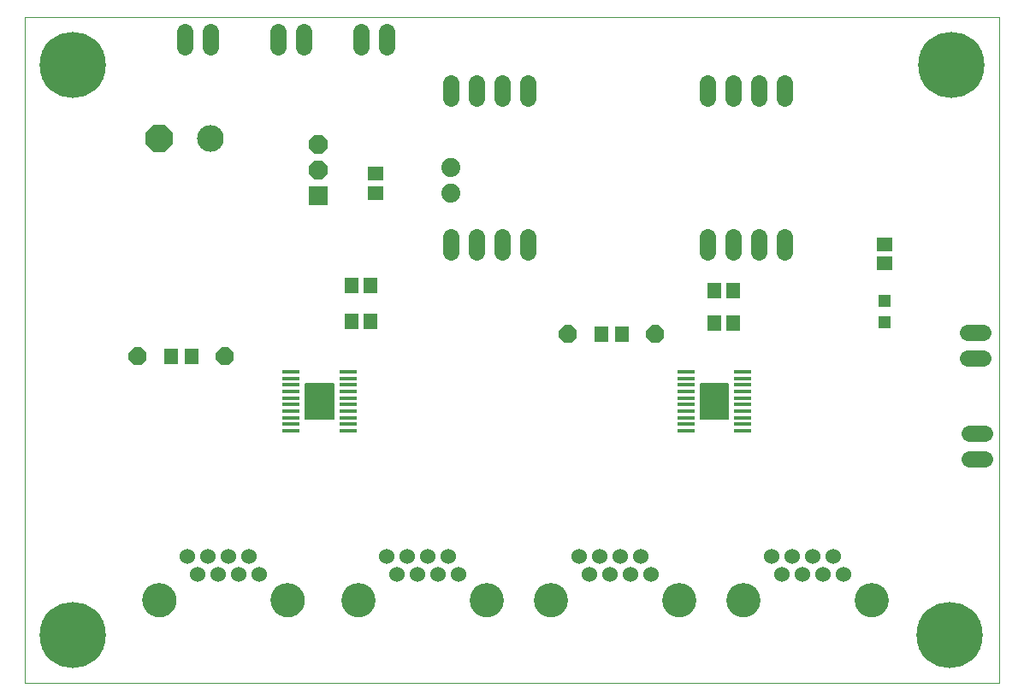
<source format=gts>
G75*
%MOIN*%
%OFA0B0*%
%FSLAX25Y25*%
%IPPOS*%
%LPD*%
%AMOC8*
5,1,8,0,0,1.08239X$1,22.5*
%
%ADD10C,0.00000*%
%ADD11R,0.05518X0.06306*%
%ADD12C,0.10400*%
%ADD13OC8,0.10400*%
%ADD14R,0.06502X0.01581*%
%ADD15C,0.00500*%
%ADD16R,0.05124X0.05124*%
%ADD17OC8,0.07000*%
%ADD18R,0.05512X0.06299*%
%ADD19R,0.06306X0.05518*%
%ADD20C,0.25800*%
%ADD21C,0.06337*%
%ADD22C,0.07400*%
%ADD23R,0.07487X0.07487*%
%ADD24OC8,0.07487*%
%ADD25C,0.13200*%
%ADD26C,0.06000*%
D10*
X0002600Y0002600D02*
X0002600Y0262561D01*
X0382551Y0262561D01*
X0382551Y0002600D01*
X0002600Y0002600D01*
X0048700Y0035100D02*
X0048702Y0035260D01*
X0048708Y0035419D01*
X0048718Y0035578D01*
X0048732Y0035737D01*
X0048750Y0035896D01*
X0048771Y0036054D01*
X0048797Y0036211D01*
X0048827Y0036368D01*
X0048860Y0036524D01*
X0048898Y0036679D01*
X0048939Y0036833D01*
X0048984Y0036986D01*
X0049033Y0037138D01*
X0049086Y0037289D01*
X0049142Y0037438D01*
X0049203Y0037586D01*
X0049266Y0037732D01*
X0049334Y0037877D01*
X0049405Y0038020D01*
X0049479Y0038161D01*
X0049557Y0038300D01*
X0049639Y0038437D01*
X0049724Y0038572D01*
X0049812Y0038705D01*
X0049904Y0038836D01*
X0049998Y0038964D01*
X0050096Y0039090D01*
X0050197Y0039214D01*
X0050301Y0039335D01*
X0050408Y0039453D01*
X0050518Y0039569D01*
X0050631Y0039682D01*
X0050747Y0039792D01*
X0050865Y0039899D01*
X0050986Y0040003D01*
X0051110Y0040104D01*
X0051236Y0040202D01*
X0051364Y0040296D01*
X0051495Y0040388D01*
X0051628Y0040476D01*
X0051763Y0040561D01*
X0051900Y0040643D01*
X0052039Y0040721D01*
X0052180Y0040795D01*
X0052323Y0040866D01*
X0052468Y0040934D01*
X0052614Y0040997D01*
X0052762Y0041058D01*
X0052911Y0041114D01*
X0053062Y0041167D01*
X0053214Y0041216D01*
X0053367Y0041261D01*
X0053521Y0041302D01*
X0053676Y0041340D01*
X0053832Y0041373D01*
X0053989Y0041403D01*
X0054146Y0041429D01*
X0054304Y0041450D01*
X0054463Y0041468D01*
X0054622Y0041482D01*
X0054781Y0041492D01*
X0054940Y0041498D01*
X0055100Y0041500D01*
X0055260Y0041498D01*
X0055419Y0041492D01*
X0055578Y0041482D01*
X0055737Y0041468D01*
X0055896Y0041450D01*
X0056054Y0041429D01*
X0056211Y0041403D01*
X0056368Y0041373D01*
X0056524Y0041340D01*
X0056679Y0041302D01*
X0056833Y0041261D01*
X0056986Y0041216D01*
X0057138Y0041167D01*
X0057289Y0041114D01*
X0057438Y0041058D01*
X0057586Y0040997D01*
X0057732Y0040934D01*
X0057877Y0040866D01*
X0058020Y0040795D01*
X0058161Y0040721D01*
X0058300Y0040643D01*
X0058437Y0040561D01*
X0058572Y0040476D01*
X0058705Y0040388D01*
X0058836Y0040296D01*
X0058964Y0040202D01*
X0059090Y0040104D01*
X0059214Y0040003D01*
X0059335Y0039899D01*
X0059453Y0039792D01*
X0059569Y0039682D01*
X0059682Y0039569D01*
X0059792Y0039453D01*
X0059899Y0039335D01*
X0060003Y0039214D01*
X0060104Y0039090D01*
X0060202Y0038964D01*
X0060296Y0038836D01*
X0060388Y0038705D01*
X0060476Y0038572D01*
X0060561Y0038437D01*
X0060643Y0038300D01*
X0060721Y0038161D01*
X0060795Y0038020D01*
X0060866Y0037877D01*
X0060934Y0037732D01*
X0060997Y0037586D01*
X0061058Y0037438D01*
X0061114Y0037289D01*
X0061167Y0037138D01*
X0061216Y0036986D01*
X0061261Y0036833D01*
X0061302Y0036679D01*
X0061340Y0036524D01*
X0061373Y0036368D01*
X0061403Y0036211D01*
X0061429Y0036054D01*
X0061450Y0035896D01*
X0061468Y0035737D01*
X0061482Y0035578D01*
X0061492Y0035419D01*
X0061498Y0035260D01*
X0061500Y0035100D01*
X0061498Y0034940D01*
X0061492Y0034781D01*
X0061482Y0034622D01*
X0061468Y0034463D01*
X0061450Y0034304D01*
X0061429Y0034146D01*
X0061403Y0033989D01*
X0061373Y0033832D01*
X0061340Y0033676D01*
X0061302Y0033521D01*
X0061261Y0033367D01*
X0061216Y0033214D01*
X0061167Y0033062D01*
X0061114Y0032911D01*
X0061058Y0032762D01*
X0060997Y0032614D01*
X0060934Y0032468D01*
X0060866Y0032323D01*
X0060795Y0032180D01*
X0060721Y0032039D01*
X0060643Y0031900D01*
X0060561Y0031763D01*
X0060476Y0031628D01*
X0060388Y0031495D01*
X0060296Y0031364D01*
X0060202Y0031236D01*
X0060104Y0031110D01*
X0060003Y0030986D01*
X0059899Y0030865D01*
X0059792Y0030747D01*
X0059682Y0030631D01*
X0059569Y0030518D01*
X0059453Y0030408D01*
X0059335Y0030301D01*
X0059214Y0030197D01*
X0059090Y0030096D01*
X0058964Y0029998D01*
X0058836Y0029904D01*
X0058705Y0029812D01*
X0058572Y0029724D01*
X0058437Y0029639D01*
X0058300Y0029557D01*
X0058161Y0029479D01*
X0058020Y0029405D01*
X0057877Y0029334D01*
X0057732Y0029266D01*
X0057586Y0029203D01*
X0057438Y0029142D01*
X0057289Y0029086D01*
X0057138Y0029033D01*
X0056986Y0028984D01*
X0056833Y0028939D01*
X0056679Y0028898D01*
X0056524Y0028860D01*
X0056368Y0028827D01*
X0056211Y0028797D01*
X0056054Y0028771D01*
X0055896Y0028750D01*
X0055737Y0028732D01*
X0055578Y0028718D01*
X0055419Y0028708D01*
X0055260Y0028702D01*
X0055100Y0028700D01*
X0054940Y0028702D01*
X0054781Y0028708D01*
X0054622Y0028718D01*
X0054463Y0028732D01*
X0054304Y0028750D01*
X0054146Y0028771D01*
X0053989Y0028797D01*
X0053832Y0028827D01*
X0053676Y0028860D01*
X0053521Y0028898D01*
X0053367Y0028939D01*
X0053214Y0028984D01*
X0053062Y0029033D01*
X0052911Y0029086D01*
X0052762Y0029142D01*
X0052614Y0029203D01*
X0052468Y0029266D01*
X0052323Y0029334D01*
X0052180Y0029405D01*
X0052039Y0029479D01*
X0051900Y0029557D01*
X0051763Y0029639D01*
X0051628Y0029724D01*
X0051495Y0029812D01*
X0051364Y0029904D01*
X0051236Y0029998D01*
X0051110Y0030096D01*
X0050986Y0030197D01*
X0050865Y0030301D01*
X0050747Y0030408D01*
X0050631Y0030518D01*
X0050518Y0030631D01*
X0050408Y0030747D01*
X0050301Y0030865D01*
X0050197Y0030986D01*
X0050096Y0031110D01*
X0049998Y0031236D01*
X0049904Y0031364D01*
X0049812Y0031495D01*
X0049724Y0031628D01*
X0049639Y0031763D01*
X0049557Y0031900D01*
X0049479Y0032039D01*
X0049405Y0032180D01*
X0049334Y0032323D01*
X0049266Y0032468D01*
X0049203Y0032614D01*
X0049142Y0032762D01*
X0049086Y0032911D01*
X0049033Y0033062D01*
X0048984Y0033214D01*
X0048939Y0033367D01*
X0048898Y0033521D01*
X0048860Y0033676D01*
X0048827Y0033832D01*
X0048797Y0033989D01*
X0048771Y0034146D01*
X0048750Y0034304D01*
X0048732Y0034463D01*
X0048718Y0034622D01*
X0048708Y0034781D01*
X0048702Y0034940D01*
X0048700Y0035100D01*
X0098700Y0035100D02*
X0098702Y0035260D01*
X0098708Y0035419D01*
X0098718Y0035578D01*
X0098732Y0035737D01*
X0098750Y0035896D01*
X0098771Y0036054D01*
X0098797Y0036211D01*
X0098827Y0036368D01*
X0098860Y0036524D01*
X0098898Y0036679D01*
X0098939Y0036833D01*
X0098984Y0036986D01*
X0099033Y0037138D01*
X0099086Y0037289D01*
X0099142Y0037438D01*
X0099203Y0037586D01*
X0099266Y0037732D01*
X0099334Y0037877D01*
X0099405Y0038020D01*
X0099479Y0038161D01*
X0099557Y0038300D01*
X0099639Y0038437D01*
X0099724Y0038572D01*
X0099812Y0038705D01*
X0099904Y0038836D01*
X0099998Y0038964D01*
X0100096Y0039090D01*
X0100197Y0039214D01*
X0100301Y0039335D01*
X0100408Y0039453D01*
X0100518Y0039569D01*
X0100631Y0039682D01*
X0100747Y0039792D01*
X0100865Y0039899D01*
X0100986Y0040003D01*
X0101110Y0040104D01*
X0101236Y0040202D01*
X0101364Y0040296D01*
X0101495Y0040388D01*
X0101628Y0040476D01*
X0101763Y0040561D01*
X0101900Y0040643D01*
X0102039Y0040721D01*
X0102180Y0040795D01*
X0102323Y0040866D01*
X0102468Y0040934D01*
X0102614Y0040997D01*
X0102762Y0041058D01*
X0102911Y0041114D01*
X0103062Y0041167D01*
X0103214Y0041216D01*
X0103367Y0041261D01*
X0103521Y0041302D01*
X0103676Y0041340D01*
X0103832Y0041373D01*
X0103989Y0041403D01*
X0104146Y0041429D01*
X0104304Y0041450D01*
X0104463Y0041468D01*
X0104622Y0041482D01*
X0104781Y0041492D01*
X0104940Y0041498D01*
X0105100Y0041500D01*
X0105260Y0041498D01*
X0105419Y0041492D01*
X0105578Y0041482D01*
X0105737Y0041468D01*
X0105896Y0041450D01*
X0106054Y0041429D01*
X0106211Y0041403D01*
X0106368Y0041373D01*
X0106524Y0041340D01*
X0106679Y0041302D01*
X0106833Y0041261D01*
X0106986Y0041216D01*
X0107138Y0041167D01*
X0107289Y0041114D01*
X0107438Y0041058D01*
X0107586Y0040997D01*
X0107732Y0040934D01*
X0107877Y0040866D01*
X0108020Y0040795D01*
X0108161Y0040721D01*
X0108300Y0040643D01*
X0108437Y0040561D01*
X0108572Y0040476D01*
X0108705Y0040388D01*
X0108836Y0040296D01*
X0108964Y0040202D01*
X0109090Y0040104D01*
X0109214Y0040003D01*
X0109335Y0039899D01*
X0109453Y0039792D01*
X0109569Y0039682D01*
X0109682Y0039569D01*
X0109792Y0039453D01*
X0109899Y0039335D01*
X0110003Y0039214D01*
X0110104Y0039090D01*
X0110202Y0038964D01*
X0110296Y0038836D01*
X0110388Y0038705D01*
X0110476Y0038572D01*
X0110561Y0038437D01*
X0110643Y0038300D01*
X0110721Y0038161D01*
X0110795Y0038020D01*
X0110866Y0037877D01*
X0110934Y0037732D01*
X0110997Y0037586D01*
X0111058Y0037438D01*
X0111114Y0037289D01*
X0111167Y0037138D01*
X0111216Y0036986D01*
X0111261Y0036833D01*
X0111302Y0036679D01*
X0111340Y0036524D01*
X0111373Y0036368D01*
X0111403Y0036211D01*
X0111429Y0036054D01*
X0111450Y0035896D01*
X0111468Y0035737D01*
X0111482Y0035578D01*
X0111492Y0035419D01*
X0111498Y0035260D01*
X0111500Y0035100D01*
X0111498Y0034940D01*
X0111492Y0034781D01*
X0111482Y0034622D01*
X0111468Y0034463D01*
X0111450Y0034304D01*
X0111429Y0034146D01*
X0111403Y0033989D01*
X0111373Y0033832D01*
X0111340Y0033676D01*
X0111302Y0033521D01*
X0111261Y0033367D01*
X0111216Y0033214D01*
X0111167Y0033062D01*
X0111114Y0032911D01*
X0111058Y0032762D01*
X0110997Y0032614D01*
X0110934Y0032468D01*
X0110866Y0032323D01*
X0110795Y0032180D01*
X0110721Y0032039D01*
X0110643Y0031900D01*
X0110561Y0031763D01*
X0110476Y0031628D01*
X0110388Y0031495D01*
X0110296Y0031364D01*
X0110202Y0031236D01*
X0110104Y0031110D01*
X0110003Y0030986D01*
X0109899Y0030865D01*
X0109792Y0030747D01*
X0109682Y0030631D01*
X0109569Y0030518D01*
X0109453Y0030408D01*
X0109335Y0030301D01*
X0109214Y0030197D01*
X0109090Y0030096D01*
X0108964Y0029998D01*
X0108836Y0029904D01*
X0108705Y0029812D01*
X0108572Y0029724D01*
X0108437Y0029639D01*
X0108300Y0029557D01*
X0108161Y0029479D01*
X0108020Y0029405D01*
X0107877Y0029334D01*
X0107732Y0029266D01*
X0107586Y0029203D01*
X0107438Y0029142D01*
X0107289Y0029086D01*
X0107138Y0029033D01*
X0106986Y0028984D01*
X0106833Y0028939D01*
X0106679Y0028898D01*
X0106524Y0028860D01*
X0106368Y0028827D01*
X0106211Y0028797D01*
X0106054Y0028771D01*
X0105896Y0028750D01*
X0105737Y0028732D01*
X0105578Y0028718D01*
X0105419Y0028708D01*
X0105260Y0028702D01*
X0105100Y0028700D01*
X0104940Y0028702D01*
X0104781Y0028708D01*
X0104622Y0028718D01*
X0104463Y0028732D01*
X0104304Y0028750D01*
X0104146Y0028771D01*
X0103989Y0028797D01*
X0103832Y0028827D01*
X0103676Y0028860D01*
X0103521Y0028898D01*
X0103367Y0028939D01*
X0103214Y0028984D01*
X0103062Y0029033D01*
X0102911Y0029086D01*
X0102762Y0029142D01*
X0102614Y0029203D01*
X0102468Y0029266D01*
X0102323Y0029334D01*
X0102180Y0029405D01*
X0102039Y0029479D01*
X0101900Y0029557D01*
X0101763Y0029639D01*
X0101628Y0029724D01*
X0101495Y0029812D01*
X0101364Y0029904D01*
X0101236Y0029998D01*
X0101110Y0030096D01*
X0100986Y0030197D01*
X0100865Y0030301D01*
X0100747Y0030408D01*
X0100631Y0030518D01*
X0100518Y0030631D01*
X0100408Y0030747D01*
X0100301Y0030865D01*
X0100197Y0030986D01*
X0100096Y0031110D01*
X0099998Y0031236D01*
X0099904Y0031364D01*
X0099812Y0031495D01*
X0099724Y0031628D01*
X0099639Y0031763D01*
X0099557Y0031900D01*
X0099479Y0032039D01*
X0099405Y0032180D01*
X0099334Y0032323D01*
X0099266Y0032468D01*
X0099203Y0032614D01*
X0099142Y0032762D01*
X0099086Y0032911D01*
X0099033Y0033062D01*
X0098984Y0033214D01*
X0098939Y0033367D01*
X0098898Y0033521D01*
X0098860Y0033676D01*
X0098827Y0033832D01*
X0098797Y0033989D01*
X0098771Y0034146D01*
X0098750Y0034304D01*
X0098732Y0034463D01*
X0098718Y0034622D01*
X0098708Y0034781D01*
X0098702Y0034940D01*
X0098700Y0035100D01*
X0126200Y0035100D02*
X0126202Y0035260D01*
X0126208Y0035419D01*
X0126218Y0035578D01*
X0126232Y0035737D01*
X0126250Y0035896D01*
X0126271Y0036054D01*
X0126297Y0036211D01*
X0126327Y0036368D01*
X0126360Y0036524D01*
X0126398Y0036679D01*
X0126439Y0036833D01*
X0126484Y0036986D01*
X0126533Y0037138D01*
X0126586Y0037289D01*
X0126642Y0037438D01*
X0126703Y0037586D01*
X0126766Y0037732D01*
X0126834Y0037877D01*
X0126905Y0038020D01*
X0126979Y0038161D01*
X0127057Y0038300D01*
X0127139Y0038437D01*
X0127224Y0038572D01*
X0127312Y0038705D01*
X0127404Y0038836D01*
X0127498Y0038964D01*
X0127596Y0039090D01*
X0127697Y0039214D01*
X0127801Y0039335D01*
X0127908Y0039453D01*
X0128018Y0039569D01*
X0128131Y0039682D01*
X0128247Y0039792D01*
X0128365Y0039899D01*
X0128486Y0040003D01*
X0128610Y0040104D01*
X0128736Y0040202D01*
X0128864Y0040296D01*
X0128995Y0040388D01*
X0129128Y0040476D01*
X0129263Y0040561D01*
X0129400Y0040643D01*
X0129539Y0040721D01*
X0129680Y0040795D01*
X0129823Y0040866D01*
X0129968Y0040934D01*
X0130114Y0040997D01*
X0130262Y0041058D01*
X0130411Y0041114D01*
X0130562Y0041167D01*
X0130714Y0041216D01*
X0130867Y0041261D01*
X0131021Y0041302D01*
X0131176Y0041340D01*
X0131332Y0041373D01*
X0131489Y0041403D01*
X0131646Y0041429D01*
X0131804Y0041450D01*
X0131963Y0041468D01*
X0132122Y0041482D01*
X0132281Y0041492D01*
X0132440Y0041498D01*
X0132600Y0041500D01*
X0132760Y0041498D01*
X0132919Y0041492D01*
X0133078Y0041482D01*
X0133237Y0041468D01*
X0133396Y0041450D01*
X0133554Y0041429D01*
X0133711Y0041403D01*
X0133868Y0041373D01*
X0134024Y0041340D01*
X0134179Y0041302D01*
X0134333Y0041261D01*
X0134486Y0041216D01*
X0134638Y0041167D01*
X0134789Y0041114D01*
X0134938Y0041058D01*
X0135086Y0040997D01*
X0135232Y0040934D01*
X0135377Y0040866D01*
X0135520Y0040795D01*
X0135661Y0040721D01*
X0135800Y0040643D01*
X0135937Y0040561D01*
X0136072Y0040476D01*
X0136205Y0040388D01*
X0136336Y0040296D01*
X0136464Y0040202D01*
X0136590Y0040104D01*
X0136714Y0040003D01*
X0136835Y0039899D01*
X0136953Y0039792D01*
X0137069Y0039682D01*
X0137182Y0039569D01*
X0137292Y0039453D01*
X0137399Y0039335D01*
X0137503Y0039214D01*
X0137604Y0039090D01*
X0137702Y0038964D01*
X0137796Y0038836D01*
X0137888Y0038705D01*
X0137976Y0038572D01*
X0138061Y0038437D01*
X0138143Y0038300D01*
X0138221Y0038161D01*
X0138295Y0038020D01*
X0138366Y0037877D01*
X0138434Y0037732D01*
X0138497Y0037586D01*
X0138558Y0037438D01*
X0138614Y0037289D01*
X0138667Y0037138D01*
X0138716Y0036986D01*
X0138761Y0036833D01*
X0138802Y0036679D01*
X0138840Y0036524D01*
X0138873Y0036368D01*
X0138903Y0036211D01*
X0138929Y0036054D01*
X0138950Y0035896D01*
X0138968Y0035737D01*
X0138982Y0035578D01*
X0138992Y0035419D01*
X0138998Y0035260D01*
X0139000Y0035100D01*
X0138998Y0034940D01*
X0138992Y0034781D01*
X0138982Y0034622D01*
X0138968Y0034463D01*
X0138950Y0034304D01*
X0138929Y0034146D01*
X0138903Y0033989D01*
X0138873Y0033832D01*
X0138840Y0033676D01*
X0138802Y0033521D01*
X0138761Y0033367D01*
X0138716Y0033214D01*
X0138667Y0033062D01*
X0138614Y0032911D01*
X0138558Y0032762D01*
X0138497Y0032614D01*
X0138434Y0032468D01*
X0138366Y0032323D01*
X0138295Y0032180D01*
X0138221Y0032039D01*
X0138143Y0031900D01*
X0138061Y0031763D01*
X0137976Y0031628D01*
X0137888Y0031495D01*
X0137796Y0031364D01*
X0137702Y0031236D01*
X0137604Y0031110D01*
X0137503Y0030986D01*
X0137399Y0030865D01*
X0137292Y0030747D01*
X0137182Y0030631D01*
X0137069Y0030518D01*
X0136953Y0030408D01*
X0136835Y0030301D01*
X0136714Y0030197D01*
X0136590Y0030096D01*
X0136464Y0029998D01*
X0136336Y0029904D01*
X0136205Y0029812D01*
X0136072Y0029724D01*
X0135937Y0029639D01*
X0135800Y0029557D01*
X0135661Y0029479D01*
X0135520Y0029405D01*
X0135377Y0029334D01*
X0135232Y0029266D01*
X0135086Y0029203D01*
X0134938Y0029142D01*
X0134789Y0029086D01*
X0134638Y0029033D01*
X0134486Y0028984D01*
X0134333Y0028939D01*
X0134179Y0028898D01*
X0134024Y0028860D01*
X0133868Y0028827D01*
X0133711Y0028797D01*
X0133554Y0028771D01*
X0133396Y0028750D01*
X0133237Y0028732D01*
X0133078Y0028718D01*
X0132919Y0028708D01*
X0132760Y0028702D01*
X0132600Y0028700D01*
X0132440Y0028702D01*
X0132281Y0028708D01*
X0132122Y0028718D01*
X0131963Y0028732D01*
X0131804Y0028750D01*
X0131646Y0028771D01*
X0131489Y0028797D01*
X0131332Y0028827D01*
X0131176Y0028860D01*
X0131021Y0028898D01*
X0130867Y0028939D01*
X0130714Y0028984D01*
X0130562Y0029033D01*
X0130411Y0029086D01*
X0130262Y0029142D01*
X0130114Y0029203D01*
X0129968Y0029266D01*
X0129823Y0029334D01*
X0129680Y0029405D01*
X0129539Y0029479D01*
X0129400Y0029557D01*
X0129263Y0029639D01*
X0129128Y0029724D01*
X0128995Y0029812D01*
X0128864Y0029904D01*
X0128736Y0029998D01*
X0128610Y0030096D01*
X0128486Y0030197D01*
X0128365Y0030301D01*
X0128247Y0030408D01*
X0128131Y0030518D01*
X0128018Y0030631D01*
X0127908Y0030747D01*
X0127801Y0030865D01*
X0127697Y0030986D01*
X0127596Y0031110D01*
X0127498Y0031236D01*
X0127404Y0031364D01*
X0127312Y0031495D01*
X0127224Y0031628D01*
X0127139Y0031763D01*
X0127057Y0031900D01*
X0126979Y0032039D01*
X0126905Y0032180D01*
X0126834Y0032323D01*
X0126766Y0032468D01*
X0126703Y0032614D01*
X0126642Y0032762D01*
X0126586Y0032911D01*
X0126533Y0033062D01*
X0126484Y0033214D01*
X0126439Y0033367D01*
X0126398Y0033521D01*
X0126360Y0033676D01*
X0126327Y0033832D01*
X0126297Y0033989D01*
X0126271Y0034146D01*
X0126250Y0034304D01*
X0126232Y0034463D01*
X0126218Y0034622D01*
X0126208Y0034781D01*
X0126202Y0034940D01*
X0126200Y0035100D01*
X0176200Y0035100D02*
X0176202Y0035260D01*
X0176208Y0035419D01*
X0176218Y0035578D01*
X0176232Y0035737D01*
X0176250Y0035896D01*
X0176271Y0036054D01*
X0176297Y0036211D01*
X0176327Y0036368D01*
X0176360Y0036524D01*
X0176398Y0036679D01*
X0176439Y0036833D01*
X0176484Y0036986D01*
X0176533Y0037138D01*
X0176586Y0037289D01*
X0176642Y0037438D01*
X0176703Y0037586D01*
X0176766Y0037732D01*
X0176834Y0037877D01*
X0176905Y0038020D01*
X0176979Y0038161D01*
X0177057Y0038300D01*
X0177139Y0038437D01*
X0177224Y0038572D01*
X0177312Y0038705D01*
X0177404Y0038836D01*
X0177498Y0038964D01*
X0177596Y0039090D01*
X0177697Y0039214D01*
X0177801Y0039335D01*
X0177908Y0039453D01*
X0178018Y0039569D01*
X0178131Y0039682D01*
X0178247Y0039792D01*
X0178365Y0039899D01*
X0178486Y0040003D01*
X0178610Y0040104D01*
X0178736Y0040202D01*
X0178864Y0040296D01*
X0178995Y0040388D01*
X0179128Y0040476D01*
X0179263Y0040561D01*
X0179400Y0040643D01*
X0179539Y0040721D01*
X0179680Y0040795D01*
X0179823Y0040866D01*
X0179968Y0040934D01*
X0180114Y0040997D01*
X0180262Y0041058D01*
X0180411Y0041114D01*
X0180562Y0041167D01*
X0180714Y0041216D01*
X0180867Y0041261D01*
X0181021Y0041302D01*
X0181176Y0041340D01*
X0181332Y0041373D01*
X0181489Y0041403D01*
X0181646Y0041429D01*
X0181804Y0041450D01*
X0181963Y0041468D01*
X0182122Y0041482D01*
X0182281Y0041492D01*
X0182440Y0041498D01*
X0182600Y0041500D01*
X0182760Y0041498D01*
X0182919Y0041492D01*
X0183078Y0041482D01*
X0183237Y0041468D01*
X0183396Y0041450D01*
X0183554Y0041429D01*
X0183711Y0041403D01*
X0183868Y0041373D01*
X0184024Y0041340D01*
X0184179Y0041302D01*
X0184333Y0041261D01*
X0184486Y0041216D01*
X0184638Y0041167D01*
X0184789Y0041114D01*
X0184938Y0041058D01*
X0185086Y0040997D01*
X0185232Y0040934D01*
X0185377Y0040866D01*
X0185520Y0040795D01*
X0185661Y0040721D01*
X0185800Y0040643D01*
X0185937Y0040561D01*
X0186072Y0040476D01*
X0186205Y0040388D01*
X0186336Y0040296D01*
X0186464Y0040202D01*
X0186590Y0040104D01*
X0186714Y0040003D01*
X0186835Y0039899D01*
X0186953Y0039792D01*
X0187069Y0039682D01*
X0187182Y0039569D01*
X0187292Y0039453D01*
X0187399Y0039335D01*
X0187503Y0039214D01*
X0187604Y0039090D01*
X0187702Y0038964D01*
X0187796Y0038836D01*
X0187888Y0038705D01*
X0187976Y0038572D01*
X0188061Y0038437D01*
X0188143Y0038300D01*
X0188221Y0038161D01*
X0188295Y0038020D01*
X0188366Y0037877D01*
X0188434Y0037732D01*
X0188497Y0037586D01*
X0188558Y0037438D01*
X0188614Y0037289D01*
X0188667Y0037138D01*
X0188716Y0036986D01*
X0188761Y0036833D01*
X0188802Y0036679D01*
X0188840Y0036524D01*
X0188873Y0036368D01*
X0188903Y0036211D01*
X0188929Y0036054D01*
X0188950Y0035896D01*
X0188968Y0035737D01*
X0188982Y0035578D01*
X0188992Y0035419D01*
X0188998Y0035260D01*
X0189000Y0035100D01*
X0188998Y0034940D01*
X0188992Y0034781D01*
X0188982Y0034622D01*
X0188968Y0034463D01*
X0188950Y0034304D01*
X0188929Y0034146D01*
X0188903Y0033989D01*
X0188873Y0033832D01*
X0188840Y0033676D01*
X0188802Y0033521D01*
X0188761Y0033367D01*
X0188716Y0033214D01*
X0188667Y0033062D01*
X0188614Y0032911D01*
X0188558Y0032762D01*
X0188497Y0032614D01*
X0188434Y0032468D01*
X0188366Y0032323D01*
X0188295Y0032180D01*
X0188221Y0032039D01*
X0188143Y0031900D01*
X0188061Y0031763D01*
X0187976Y0031628D01*
X0187888Y0031495D01*
X0187796Y0031364D01*
X0187702Y0031236D01*
X0187604Y0031110D01*
X0187503Y0030986D01*
X0187399Y0030865D01*
X0187292Y0030747D01*
X0187182Y0030631D01*
X0187069Y0030518D01*
X0186953Y0030408D01*
X0186835Y0030301D01*
X0186714Y0030197D01*
X0186590Y0030096D01*
X0186464Y0029998D01*
X0186336Y0029904D01*
X0186205Y0029812D01*
X0186072Y0029724D01*
X0185937Y0029639D01*
X0185800Y0029557D01*
X0185661Y0029479D01*
X0185520Y0029405D01*
X0185377Y0029334D01*
X0185232Y0029266D01*
X0185086Y0029203D01*
X0184938Y0029142D01*
X0184789Y0029086D01*
X0184638Y0029033D01*
X0184486Y0028984D01*
X0184333Y0028939D01*
X0184179Y0028898D01*
X0184024Y0028860D01*
X0183868Y0028827D01*
X0183711Y0028797D01*
X0183554Y0028771D01*
X0183396Y0028750D01*
X0183237Y0028732D01*
X0183078Y0028718D01*
X0182919Y0028708D01*
X0182760Y0028702D01*
X0182600Y0028700D01*
X0182440Y0028702D01*
X0182281Y0028708D01*
X0182122Y0028718D01*
X0181963Y0028732D01*
X0181804Y0028750D01*
X0181646Y0028771D01*
X0181489Y0028797D01*
X0181332Y0028827D01*
X0181176Y0028860D01*
X0181021Y0028898D01*
X0180867Y0028939D01*
X0180714Y0028984D01*
X0180562Y0029033D01*
X0180411Y0029086D01*
X0180262Y0029142D01*
X0180114Y0029203D01*
X0179968Y0029266D01*
X0179823Y0029334D01*
X0179680Y0029405D01*
X0179539Y0029479D01*
X0179400Y0029557D01*
X0179263Y0029639D01*
X0179128Y0029724D01*
X0178995Y0029812D01*
X0178864Y0029904D01*
X0178736Y0029998D01*
X0178610Y0030096D01*
X0178486Y0030197D01*
X0178365Y0030301D01*
X0178247Y0030408D01*
X0178131Y0030518D01*
X0178018Y0030631D01*
X0177908Y0030747D01*
X0177801Y0030865D01*
X0177697Y0030986D01*
X0177596Y0031110D01*
X0177498Y0031236D01*
X0177404Y0031364D01*
X0177312Y0031495D01*
X0177224Y0031628D01*
X0177139Y0031763D01*
X0177057Y0031900D01*
X0176979Y0032039D01*
X0176905Y0032180D01*
X0176834Y0032323D01*
X0176766Y0032468D01*
X0176703Y0032614D01*
X0176642Y0032762D01*
X0176586Y0032911D01*
X0176533Y0033062D01*
X0176484Y0033214D01*
X0176439Y0033367D01*
X0176398Y0033521D01*
X0176360Y0033676D01*
X0176327Y0033832D01*
X0176297Y0033989D01*
X0176271Y0034146D01*
X0176250Y0034304D01*
X0176232Y0034463D01*
X0176218Y0034622D01*
X0176208Y0034781D01*
X0176202Y0034940D01*
X0176200Y0035100D01*
X0201200Y0035100D02*
X0201202Y0035260D01*
X0201208Y0035419D01*
X0201218Y0035578D01*
X0201232Y0035737D01*
X0201250Y0035896D01*
X0201271Y0036054D01*
X0201297Y0036211D01*
X0201327Y0036368D01*
X0201360Y0036524D01*
X0201398Y0036679D01*
X0201439Y0036833D01*
X0201484Y0036986D01*
X0201533Y0037138D01*
X0201586Y0037289D01*
X0201642Y0037438D01*
X0201703Y0037586D01*
X0201766Y0037732D01*
X0201834Y0037877D01*
X0201905Y0038020D01*
X0201979Y0038161D01*
X0202057Y0038300D01*
X0202139Y0038437D01*
X0202224Y0038572D01*
X0202312Y0038705D01*
X0202404Y0038836D01*
X0202498Y0038964D01*
X0202596Y0039090D01*
X0202697Y0039214D01*
X0202801Y0039335D01*
X0202908Y0039453D01*
X0203018Y0039569D01*
X0203131Y0039682D01*
X0203247Y0039792D01*
X0203365Y0039899D01*
X0203486Y0040003D01*
X0203610Y0040104D01*
X0203736Y0040202D01*
X0203864Y0040296D01*
X0203995Y0040388D01*
X0204128Y0040476D01*
X0204263Y0040561D01*
X0204400Y0040643D01*
X0204539Y0040721D01*
X0204680Y0040795D01*
X0204823Y0040866D01*
X0204968Y0040934D01*
X0205114Y0040997D01*
X0205262Y0041058D01*
X0205411Y0041114D01*
X0205562Y0041167D01*
X0205714Y0041216D01*
X0205867Y0041261D01*
X0206021Y0041302D01*
X0206176Y0041340D01*
X0206332Y0041373D01*
X0206489Y0041403D01*
X0206646Y0041429D01*
X0206804Y0041450D01*
X0206963Y0041468D01*
X0207122Y0041482D01*
X0207281Y0041492D01*
X0207440Y0041498D01*
X0207600Y0041500D01*
X0207760Y0041498D01*
X0207919Y0041492D01*
X0208078Y0041482D01*
X0208237Y0041468D01*
X0208396Y0041450D01*
X0208554Y0041429D01*
X0208711Y0041403D01*
X0208868Y0041373D01*
X0209024Y0041340D01*
X0209179Y0041302D01*
X0209333Y0041261D01*
X0209486Y0041216D01*
X0209638Y0041167D01*
X0209789Y0041114D01*
X0209938Y0041058D01*
X0210086Y0040997D01*
X0210232Y0040934D01*
X0210377Y0040866D01*
X0210520Y0040795D01*
X0210661Y0040721D01*
X0210800Y0040643D01*
X0210937Y0040561D01*
X0211072Y0040476D01*
X0211205Y0040388D01*
X0211336Y0040296D01*
X0211464Y0040202D01*
X0211590Y0040104D01*
X0211714Y0040003D01*
X0211835Y0039899D01*
X0211953Y0039792D01*
X0212069Y0039682D01*
X0212182Y0039569D01*
X0212292Y0039453D01*
X0212399Y0039335D01*
X0212503Y0039214D01*
X0212604Y0039090D01*
X0212702Y0038964D01*
X0212796Y0038836D01*
X0212888Y0038705D01*
X0212976Y0038572D01*
X0213061Y0038437D01*
X0213143Y0038300D01*
X0213221Y0038161D01*
X0213295Y0038020D01*
X0213366Y0037877D01*
X0213434Y0037732D01*
X0213497Y0037586D01*
X0213558Y0037438D01*
X0213614Y0037289D01*
X0213667Y0037138D01*
X0213716Y0036986D01*
X0213761Y0036833D01*
X0213802Y0036679D01*
X0213840Y0036524D01*
X0213873Y0036368D01*
X0213903Y0036211D01*
X0213929Y0036054D01*
X0213950Y0035896D01*
X0213968Y0035737D01*
X0213982Y0035578D01*
X0213992Y0035419D01*
X0213998Y0035260D01*
X0214000Y0035100D01*
X0213998Y0034940D01*
X0213992Y0034781D01*
X0213982Y0034622D01*
X0213968Y0034463D01*
X0213950Y0034304D01*
X0213929Y0034146D01*
X0213903Y0033989D01*
X0213873Y0033832D01*
X0213840Y0033676D01*
X0213802Y0033521D01*
X0213761Y0033367D01*
X0213716Y0033214D01*
X0213667Y0033062D01*
X0213614Y0032911D01*
X0213558Y0032762D01*
X0213497Y0032614D01*
X0213434Y0032468D01*
X0213366Y0032323D01*
X0213295Y0032180D01*
X0213221Y0032039D01*
X0213143Y0031900D01*
X0213061Y0031763D01*
X0212976Y0031628D01*
X0212888Y0031495D01*
X0212796Y0031364D01*
X0212702Y0031236D01*
X0212604Y0031110D01*
X0212503Y0030986D01*
X0212399Y0030865D01*
X0212292Y0030747D01*
X0212182Y0030631D01*
X0212069Y0030518D01*
X0211953Y0030408D01*
X0211835Y0030301D01*
X0211714Y0030197D01*
X0211590Y0030096D01*
X0211464Y0029998D01*
X0211336Y0029904D01*
X0211205Y0029812D01*
X0211072Y0029724D01*
X0210937Y0029639D01*
X0210800Y0029557D01*
X0210661Y0029479D01*
X0210520Y0029405D01*
X0210377Y0029334D01*
X0210232Y0029266D01*
X0210086Y0029203D01*
X0209938Y0029142D01*
X0209789Y0029086D01*
X0209638Y0029033D01*
X0209486Y0028984D01*
X0209333Y0028939D01*
X0209179Y0028898D01*
X0209024Y0028860D01*
X0208868Y0028827D01*
X0208711Y0028797D01*
X0208554Y0028771D01*
X0208396Y0028750D01*
X0208237Y0028732D01*
X0208078Y0028718D01*
X0207919Y0028708D01*
X0207760Y0028702D01*
X0207600Y0028700D01*
X0207440Y0028702D01*
X0207281Y0028708D01*
X0207122Y0028718D01*
X0206963Y0028732D01*
X0206804Y0028750D01*
X0206646Y0028771D01*
X0206489Y0028797D01*
X0206332Y0028827D01*
X0206176Y0028860D01*
X0206021Y0028898D01*
X0205867Y0028939D01*
X0205714Y0028984D01*
X0205562Y0029033D01*
X0205411Y0029086D01*
X0205262Y0029142D01*
X0205114Y0029203D01*
X0204968Y0029266D01*
X0204823Y0029334D01*
X0204680Y0029405D01*
X0204539Y0029479D01*
X0204400Y0029557D01*
X0204263Y0029639D01*
X0204128Y0029724D01*
X0203995Y0029812D01*
X0203864Y0029904D01*
X0203736Y0029998D01*
X0203610Y0030096D01*
X0203486Y0030197D01*
X0203365Y0030301D01*
X0203247Y0030408D01*
X0203131Y0030518D01*
X0203018Y0030631D01*
X0202908Y0030747D01*
X0202801Y0030865D01*
X0202697Y0030986D01*
X0202596Y0031110D01*
X0202498Y0031236D01*
X0202404Y0031364D01*
X0202312Y0031495D01*
X0202224Y0031628D01*
X0202139Y0031763D01*
X0202057Y0031900D01*
X0201979Y0032039D01*
X0201905Y0032180D01*
X0201834Y0032323D01*
X0201766Y0032468D01*
X0201703Y0032614D01*
X0201642Y0032762D01*
X0201586Y0032911D01*
X0201533Y0033062D01*
X0201484Y0033214D01*
X0201439Y0033367D01*
X0201398Y0033521D01*
X0201360Y0033676D01*
X0201327Y0033832D01*
X0201297Y0033989D01*
X0201271Y0034146D01*
X0201250Y0034304D01*
X0201232Y0034463D01*
X0201218Y0034622D01*
X0201208Y0034781D01*
X0201202Y0034940D01*
X0201200Y0035100D01*
X0251200Y0035100D02*
X0251202Y0035260D01*
X0251208Y0035419D01*
X0251218Y0035578D01*
X0251232Y0035737D01*
X0251250Y0035896D01*
X0251271Y0036054D01*
X0251297Y0036211D01*
X0251327Y0036368D01*
X0251360Y0036524D01*
X0251398Y0036679D01*
X0251439Y0036833D01*
X0251484Y0036986D01*
X0251533Y0037138D01*
X0251586Y0037289D01*
X0251642Y0037438D01*
X0251703Y0037586D01*
X0251766Y0037732D01*
X0251834Y0037877D01*
X0251905Y0038020D01*
X0251979Y0038161D01*
X0252057Y0038300D01*
X0252139Y0038437D01*
X0252224Y0038572D01*
X0252312Y0038705D01*
X0252404Y0038836D01*
X0252498Y0038964D01*
X0252596Y0039090D01*
X0252697Y0039214D01*
X0252801Y0039335D01*
X0252908Y0039453D01*
X0253018Y0039569D01*
X0253131Y0039682D01*
X0253247Y0039792D01*
X0253365Y0039899D01*
X0253486Y0040003D01*
X0253610Y0040104D01*
X0253736Y0040202D01*
X0253864Y0040296D01*
X0253995Y0040388D01*
X0254128Y0040476D01*
X0254263Y0040561D01*
X0254400Y0040643D01*
X0254539Y0040721D01*
X0254680Y0040795D01*
X0254823Y0040866D01*
X0254968Y0040934D01*
X0255114Y0040997D01*
X0255262Y0041058D01*
X0255411Y0041114D01*
X0255562Y0041167D01*
X0255714Y0041216D01*
X0255867Y0041261D01*
X0256021Y0041302D01*
X0256176Y0041340D01*
X0256332Y0041373D01*
X0256489Y0041403D01*
X0256646Y0041429D01*
X0256804Y0041450D01*
X0256963Y0041468D01*
X0257122Y0041482D01*
X0257281Y0041492D01*
X0257440Y0041498D01*
X0257600Y0041500D01*
X0257760Y0041498D01*
X0257919Y0041492D01*
X0258078Y0041482D01*
X0258237Y0041468D01*
X0258396Y0041450D01*
X0258554Y0041429D01*
X0258711Y0041403D01*
X0258868Y0041373D01*
X0259024Y0041340D01*
X0259179Y0041302D01*
X0259333Y0041261D01*
X0259486Y0041216D01*
X0259638Y0041167D01*
X0259789Y0041114D01*
X0259938Y0041058D01*
X0260086Y0040997D01*
X0260232Y0040934D01*
X0260377Y0040866D01*
X0260520Y0040795D01*
X0260661Y0040721D01*
X0260800Y0040643D01*
X0260937Y0040561D01*
X0261072Y0040476D01*
X0261205Y0040388D01*
X0261336Y0040296D01*
X0261464Y0040202D01*
X0261590Y0040104D01*
X0261714Y0040003D01*
X0261835Y0039899D01*
X0261953Y0039792D01*
X0262069Y0039682D01*
X0262182Y0039569D01*
X0262292Y0039453D01*
X0262399Y0039335D01*
X0262503Y0039214D01*
X0262604Y0039090D01*
X0262702Y0038964D01*
X0262796Y0038836D01*
X0262888Y0038705D01*
X0262976Y0038572D01*
X0263061Y0038437D01*
X0263143Y0038300D01*
X0263221Y0038161D01*
X0263295Y0038020D01*
X0263366Y0037877D01*
X0263434Y0037732D01*
X0263497Y0037586D01*
X0263558Y0037438D01*
X0263614Y0037289D01*
X0263667Y0037138D01*
X0263716Y0036986D01*
X0263761Y0036833D01*
X0263802Y0036679D01*
X0263840Y0036524D01*
X0263873Y0036368D01*
X0263903Y0036211D01*
X0263929Y0036054D01*
X0263950Y0035896D01*
X0263968Y0035737D01*
X0263982Y0035578D01*
X0263992Y0035419D01*
X0263998Y0035260D01*
X0264000Y0035100D01*
X0263998Y0034940D01*
X0263992Y0034781D01*
X0263982Y0034622D01*
X0263968Y0034463D01*
X0263950Y0034304D01*
X0263929Y0034146D01*
X0263903Y0033989D01*
X0263873Y0033832D01*
X0263840Y0033676D01*
X0263802Y0033521D01*
X0263761Y0033367D01*
X0263716Y0033214D01*
X0263667Y0033062D01*
X0263614Y0032911D01*
X0263558Y0032762D01*
X0263497Y0032614D01*
X0263434Y0032468D01*
X0263366Y0032323D01*
X0263295Y0032180D01*
X0263221Y0032039D01*
X0263143Y0031900D01*
X0263061Y0031763D01*
X0262976Y0031628D01*
X0262888Y0031495D01*
X0262796Y0031364D01*
X0262702Y0031236D01*
X0262604Y0031110D01*
X0262503Y0030986D01*
X0262399Y0030865D01*
X0262292Y0030747D01*
X0262182Y0030631D01*
X0262069Y0030518D01*
X0261953Y0030408D01*
X0261835Y0030301D01*
X0261714Y0030197D01*
X0261590Y0030096D01*
X0261464Y0029998D01*
X0261336Y0029904D01*
X0261205Y0029812D01*
X0261072Y0029724D01*
X0260937Y0029639D01*
X0260800Y0029557D01*
X0260661Y0029479D01*
X0260520Y0029405D01*
X0260377Y0029334D01*
X0260232Y0029266D01*
X0260086Y0029203D01*
X0259938Y0029142D01*
X0259789Y0029086D01*
X0259638Y0029033D01*
X0259486Y0028984D01*
X0259333Y0028939D01*
X0259179Y0028898D01*
X0259024Y0028860D01*
X0258868Y0028827D01*
X0258711Y0028797D01*
X0258554Y0028771D01*
X0258396Y0028750D01*
X0258237Y0028732D01*
X0258078Y0028718D01*
X0257919Y0028708D01*
X0257760Y0028702D01*
X0257600Y0028700D01*
X0257440Y0028702D01*
X0257281Y0028708D01*
X0257122Y0028718D01*
X0256963Y0028732D01*
X0256804Y0028750D01*
X0256646Y0028771D01*
X0256489Y0028797D01*
X0256332Y0028827D01*
X0256176Y0028860D01*
X0256021Y0028898D01*
X0255867Y0028939D01*
X0255714Y0028984D01*
X0255562Y0029033D01*
X0255411Y0029086D01*
X0255262Y0029142D01*
X0255114Y0029203D01*
X0254968Y0029266D01*
X0254823Y0029334D01*
X0254680Y0029405D01*
X0254539Y0029479D01*
X0254400Y0029557D01*
X0254263Y0029639D01*
X0254128Y0029724D01*
X0253995Y0029812D01*
X0253864Y0029904D01*
X0253736Y0029998D01*
X0253610Y0030096D01*
X0253486Y0030197D01*
X0253365Y0030301D01*
X0253247Y0030408D01*
X0253131Y0030518D01*
X0253018Y0030631D01*
X0252908Y0030747D01*
X0252801Y0030865D01*
X0252697Y0030986D01*
X0252596Y0031110D01*
X0252498Y0031236D01*
X0252404Y0031364D01*
X0252312Y0031495D01*
X0252224Y0031628D01*
X0252139Y0031763D01*
X0252057Y0031900D01*
X0251979Y0032039D01*
X0251905Y0032180D01*
X0251834Y0032323D01*
X0251766Y0032468D01*
X0251703Y0032614D01*
X0251642Y0032762D01*
X0251586Y0032911D01*
X0251533Y0033062D01*
X0251484Y0033214D01*
X0251439Y0033367D01*
X0251398Y0033521D01*
X0251360Y0033676D01*
X0251327Y0033832D01*
X0251297Y0033989D01*
X0251271Y0034146D01*
X0251250Y0034304D01*
X0251232Y0034463D01*
X0251218Y0034622D01*
X0251208Y0034781D01*
X0251202Y0034940D01*
X0251200Y0035100D01*
X0276200Y0035100D02*
X0276202Y0035260D01*
X0276208Y0035419D01*
X0276218Y0035578D01*
X0276232Y0035737D01*
X0276250Y0035896D01*
X0276271Y0036054D01*
X0276297Y0036211D01*
X0276327Y0036368D01*
X0276360Y0036524D01*
X0276398Y0036679D01*
X0276439Y0036833D01*
X0276484Y0036986D01*
X0276533Y0037138D01*
X0276586Y0037289D01*
X0276642Y0037438D01*
X0276703Y0037586D01*
X0276766Y0037732D01*
X0276834Y0037877D01*
X0276905Y0038020D01*
X0276979Y0038161D01*
X0277057Y0038300D01*
X0277139Y0038437D01*
X0277224Y0038572D01*
X0277312Y0038705D01*
X0277404Y0038836D01*
X0277498Y0038964D01*
X0277596Y0039090D01*
X0277697Y0039214D01*
X0277801Y0039335D01*
X0277908Y0039453D01*
X0278018Y0039569D01*
X0278131Y0039682D01*
X0278247Y0039792D01*
X0278365Y0039899D01*
X0278486Y0040003D01*
X0278610Y0040104D01*
X0278736Y0040202D01*
X0278864Y0040296D01*
X0278995Y0040388D01*
X0279128Y0040476D01*
X0279263Y0040561D01*
X0279400Y0040643D01*
X0279539Y0040721D01*
X0279680Y0040795D01*
X0279823Y0040866D01*
X0279968Y0040934D01*
X0280114Y0040997D01*
X0280262Y0041058D01*
X0280411Y0041114D01*
X0280562Y0041167D01*
X0280714Y0041216D01*
X0280867Y0041261D01*
X0281021Y0041302D01*
X0281176Y0041340D01*
X0281332Y0041373D01*
X0281489Y0041403D01*
X0281646Y0041429D01*
X0281804Y0041450D01*
X0281963Y0041468D01*
X0282122Y0041482D01*
X0282281Y0041492D01*
X0282440Y0041498D01*
X0282600Y0041500D01*
X0282760Y0041498D01*
X0282919Y0041492D01*
X0283078Y0041482D01*
X0283237Y0041468D01*
X0283396Y0041450D01*
X0283554Y0041429D01*
X0283711Y0041403D01*
X0283868Y0041373D01*
X0284024Y0041340D01*
X0284179Y0041302D01*
X0284333Y0041261D01*
X0284486Y0041216D01*
X0284638Y0041167D01*
X0284789Y0041114D01*
X0284938Y0041058D01*
X0285086Y0040997D01*
X0285232Y0040934D01*
X0285377Y0040866D01*
X0285520Y0040795D01*
X0285661Y0040721D01*
X0285800Y0040643D01*
X0285937Y0040561D01*
X0286072Y0040476D01*
X0286205Y0040388D01*
X0286336Y0040296D01*
X0286464Y0040202D01*
X0286590Y0040104D01*
X0286714Y0040003D01*
X0286835Y0039899D01*
X0286953Y0039792D01*
X0287069Y0039682D01*
X0287182Y0039569D01*
X0287292Y0039453D01*
X0287399Y0039335D01*
X0287503Y0039214D01*
X0287604Y0039090D01*
X0287702Y0038964D01*
X0287796Y0038836D01*
X0287888Y0038705D01*
X0287976Y0038572D01*
X0288061Y0038437D01*
X0288143Y0038300D01*
X0288221Y0038161D01*
X0288295Y0038020D01*
X0288366Y0037877D01*
X0288434Y0037732D01*
X0288497Y0037586D01*
X0288558Y0037438D01*
X0288614Y0037289D01*
X0288667Y0037138D01*
X0288716Y0036986D01*
X0288761Y0036833D01*
X0288802Y0036679D01*
X0288840Y0036524D01*
X0288873Y0036368D01*
X0288903Y0036211D01*
X0288929Y0036054D01*
X0288950Y0035896D01*
X0288968Y0035737D01*
X0288982Y0035578D01*
X0288992Y0035419D01*
X0288998Y0035260D01*
X0289000Y0035100D01*
X0288998Y0034940D01*
X0288992Y0034781D01*
X0288982Y0034622D01*
X0288968Y0034463D01*
X0288950Y0034304D01*
X0288929Y0034146D01*
X0288903Y0033989D01*
X0288873Y0033832D01*
X0288840Y0033676D01*
X0288802Y0033521D01*
X0288761Y0033367D01*
X0288716Y0033214D01*
X0288667Y0033062D01*
X0288614Y0032911D01*
X0288558Y0032762D01*
X0288497Y0032614D01*
X0288434Y0032468D01*
X0288366Y0032323D01*
X0288295Y0032180D01*
X0288221Y0032039D01*
X0288143Y0031900D01*
X0288061Y0031763D01*
X0287976Y0031628D01*
X0287888Y0031495D01*
X0287796Y0031364D01*
X0287702Y0031236D01*
X0287604Y0031110D01*
X0287503Y0030986D01*
X0287399Y0030865D01*
X0287292Y0030747D01*
X0287182Y0030631D01*
X0287069Y0030518D01*
X0286953Y0030408D01*
X0286835Y0030301D01*
X0286714Y0030197D01*
X0286590Y0030096D01*
X0286464Y0029998D01*
X0286336Y0029904D01*
X0286205Y0029812D01*
X0286072Y0029724D01*
X0285937Y0029639D01*
X0285800Y0029557D01*
X0285661Y0029479D01*
X0285520Y0029405D01*
X0285377Y0029334D01*
X0285232Y0029266D01*
X0285086Y0029203D01*
X0284938Y0029142D01*
X0284789Y0029086D01*
X0284638Y0029033D01*
X0284486Y0028984D01*
X0284333Y0028939D01*
X0284179Y0028898D01*
X0284024Y0028860D01*
X0283868Y0028827D01*
X0283711Y0028797D01*
X0283554Y0028771D01*
X0283396Y0028750D01*
X0283237Y0028732D01*
X0283078Y0028718D01*
X0282919Y0028708D01*
X0282760Y0028702D01*
X0282600Y0028700D01*
X0282440Y0028702D01*
X0282281Y0028708D01*
X0282122Y0028718D01*
X0281963Y0028732D01*
X0281804Y0028750D01*
X0281646Y0028771D01*
X0281489Y0028797D01*
X0281332Y0028827D01*
X0281176Y0028860D01*
X0281021Y0028898D01*
X0280867Y0028939D01*
X0280714Y0028984D01*
X0280562Y0029033D01*
X0280411Y0029086D01*
X0280262Y0029142D01*
X0280114Y0029203D01*
X0279968Y0029266D01*
X0279823Y0029334D01*
X0279680Y0029405D01*
X0279539Y0029479D01*
X0279400Y0029557D01*
X0279263Y0029639D01*
X0279128Y0029724D01*
X0278995Y0029812D01*
X0278864Y0029904D01*
X0278736Y0029998D01*
X0278610Y0030096D01*
X0278486Y0030197D01*
X0278365Y0030301D01*
X0278247Y0030408D01*
X0278131Y0030518D01*
X0278018Y0030631D01*
X0277908Y0030747D01*
X0277801Y0030865D01*
X0277697Y0030986D01*
X0277596Y0031110D01*
X0277498Y0031236D01*
X0277404Y0031364D01*
X0277312Y0031495D01*
X0277224Y0031628D01*
X0277139Y0031763D01*
X0277057Y0031900D01*
X0276979Y0032039D01*
X0276905Y0032180D01*
X0276834Y0032323D01*
X0276766Y0032468D01*
X0276703Y0032614D01*
X0276642Y0032762D01*
X0276586Y0032911D01*
X0276533Y0033062D01*
X0276484Y0033214D01*
X0276439Y0033367D01*
X0276398Y0033521D01*
X0276360Y0033676D01*
X0276327Y0033832D01*
X0276297Y0033989D01*
X0276271Y0034146D01*
X0276250Y0034304D01*
X0276232Y0034463D01*
X0276218Y0034622D01*
X0276208Y0034781D01*
X0276202Y0034940D01*
X0276200Y0035100D01*
X0326200Y0035100D02*
X0326202Y0035260D01*
X0326208Y0035419D01*
X0326218Y0035578D01*
X0326232Y0035737D01*
X0326250Y0035896D01*
X0326271Y0036054D01*
X0326297Y0036211D01*
X0326327Y0036368D01*
X0326360Y0036524D01*
X0326398Y0036679D01*
X0326439Y0036833D01*
X0326484Y0036986D01*
X0326533Y0037138D01*
X0326586Y0037289D01*
X0326642Y0037438D01*
X0326703Y0037586D01*
X0326766Y0037732D01*
X0326834Y0037877D01*
X0326905Y0038020D01*
X0326979Y0038161D01*
X0327057Y0038300D01*
X0327139Y0038437D01*
X0327224Y0038572D01*
X0327312Y0038705D01*
X0327404Y0038836D01*
X0327498Y0038964D01*
X0327596Y0039090D01*
X0327697Y0039214D01*
X0327801Y0039335D01*
X0327908Y0039453D01*
X0328018Y0039569D01*
X0328131Y0039682D01*
X0328247Y0039792D01*
X0328365Y0039899D01*
X0328486Y0040003D01*
X0328610Y0040104D01*
X0328736Y0040202D01*
X0328864Y0040296D01*
X0328995Y0040388D01*
X0329128Y0040476D01*
X0329263Y0040561D01*
X0329400Y0040643D01*
X0329539Y0040721D01*
X0329680Y0040795D01*
X0329823Y0040866D01*
X0329968Y0040934D01*
X0330114Y0040997D01*
X0330262Y0041058D01*
X0330411Y0041114D01*
X0330562Y0041167D01*
X0330714Y0041216D01*
X0330867Y0041261D01*
X0331021Y0041302D01*
X0331176Y0041340D01*
X0331332Y0041373D01*
X0331489Y0041403D01*
X0331646Y0041429D01*
X0331804Y0041450D01*
X0331963Y0041468D01*
X0332122Y0041482D01*
X0332281Y0041492D01*
X0332440Y0041498D01*
X0332600Y0041500D01*
X0332760Y0041498D01*
X0332919Y0041492D01*
X0333078Y0041482D01*
X0333237Y0041468D01*
X0333396Y0041450D01*
X0333554Y0041429D01*
X0333711Y0041403D01*
X0333868Y0041373D01*
X0334024Y0041340D01*
X0334179Y0041302D01*
X0334333Y0041261D01*
X0334486Y0041216D01*
X0334638Y0041167D01*
X0334789Y0041114D01*
X0334938Y0041058D01*
X0335086Y0040997D01*
X0335232Y0040934D01*
X0335377Y0040866D01*
X0335520Y0040795D01*
X0335661Y0040721D01*
X0335800Y0040643D01*
X0335937Y0040561D01*
X0336072Y0040476D01*
X0336205Y0040388D01*
X0336336Y0040296D01*
X0336464Y0040202D01*
X0336590Y0040104D01*
X0336714Y0040003D01*
X0336835Y0039899D01*
X0336953Y0039792D01*
X0337069Y0039682D01*
X0337182Y0039569D01*
X0337292Y0039453D01*
X0337399Y0039335D01*
X0337503Y0039214D01*
X0337604Y0039090D01*
X0337702Y0038964D01*
X0337796Y0038836D01*
X0337888Y0038705D01*
X0337976Y0038572D01*
X0338061Y0038437D01*
X0338143Y0038300D01*
X0338221Y0038161D01*
X0338295Y0038020D01*
X0338366Y0037877D01*
X0338434Y0037732D01*
X0338497Y0037586D01*
X0338558Y0037438D01*
X0338614Y0037289D01*
X0338667Y0037138D01*
X0338716Y0036986D01*
X0338761Y0036833D01*
X0338802Y0036679D01*
X0338840Y0036524D01*
X0338873Y0036368D01*
X0338903Y0036211D01*
X0338929Y0036054D01*
X0338950Y0035896D01*
X0338968Y0035737D01*
X0338982Y0035578D01*
X0338992Y0035419D01*
X0338998Y0035260D01*
X0339000Y0035100D01*
X0338998Y0034940D01*
X0338992Y0034781D01*
X0338982Y0034622D01*
X0338968Y0034463D01*
X0338950Y0034304D01*
X0338929Y0034146D01*
X0338903Y0033989D01*
X0338873Y0033832D01*
X0338840Y0033676D01*
X0338802Y0033521D01*
X0338761Y0033367D01*
X0338716Y0033214D01*
X0338667Y0033062D01*
X0338614Y0032911D01*
X0338558Y0032762D01*
X0338497Y0032614D01*
X0338434Y0032468D01*
X0338366Y0032323D01*
X0338295Y0032180D01*
X0338221Y0032039D01*
X0338143Y0031900D01*
X0338061Y0031763D01*
X0337976Y0031628D01*
X0337888Y0031495D01*
X0337796Y0031364D01*
X0337702Y0031236D01*
X0337604Y0031110D01*
X0337503Y0030986D01*
X0337399Y0030865D01*
X0337292Y0030747D01*
X0337182Y0030631D01*
X0337069Y0030518D01*
X0336953Y0030408D01*
X0336835Y0030301D01*
X0336714Y0030197D01*
X0336590Y0030096D01*
X0336464Y0029998D01*
X0336336Y0029904D01*
X0336205Y0029812D01*
X0336072Y0029724D01*
X0335937Y0029639D01*
X0335800Y0029557D01*
X0335661Y0029479D01*
X0335520Y0029405D01*
X0335377Y0029334D01*
X0335232Y0029266D01*
X0335086Y0029203D01*
X0334938Y0029142D01*
X0334789Y0029086D01*
X0334638Y0029033D01*
X0334486Y0028984D01*
X0334333Y0028939D01*
X0334179Y0028898D01*
X0334024Y0028860D01*
X0333868Y0028827D01*
X0333711Y0028797D01*
X0333554Y0028771D01*
X0333396Y0028750D01*
X0333237Y0028732D01*
X0333078Y0028718D01*
X0332919Y0028708D01*
X0332760Y0028702D01*
X0332600Y0028700D01*
X0332440Y0028702D01*
X0332281Y0028708D01*
X0332122Y0028718D01*
X0331963Y0028732D01*
X0331804Y0028750D01*
X0331646Y0028771D01*
X0331489Y0028797D01*
X0331332Y0028827D01*
X0331176Y0028860D01*
X0331021Y0028898D01*
X0330867Y0028939D01*
X0330714Y0028984D01*
X0330562Y0029033D01*
X0330411Y0029086D01*
X0330262Y0029142D01*
X0330114Y0029203D01*
X0329968Y0029266D01*
X0329823Y0029334D01*
X0329680Y0029405D01*
X0329539Y0029479D01*
X0329400Y0029557D01*
X0329263Y0029639D01*
X0329128Y0029724D01*
X0328995Y0029812D01*
X0328864Y0029904D01*
X0328736Y0029998D01*
X0328610Y0030096D01*
X0328486Y0030197D01*
X0328365Y0030301D01*
X0328247Y0030408D01*
X0328131Y0030518D01*
X0328018Y0030631D01*
X0327908Y0030747D01*
X0327801Y0030865D01*
X0327697Y0030986D01*
X0327596Y0031110D01*
X0327498Y0031236D01*
X0327404Y0031364D01*
X0327312Y0031495D01*
X0327224Y0031628D01*
X0327139Y0031763D01*
X0327057Y0031900D01*
X0326979Y0032039D01*
X0326905Y0032180D01*
X0326834Y0032323D01*
X0326766Y0032468D01*
X0326703Y0032614D01*
X0326642Y0032762D01*
X0326586Y0032911D01*
X0326533Y0033062D01*
X0326484Y0033214D01*
X0326439Y0033367D01*
X0326398Y0033521D01*
X0326360Y0033676D01*
X0326327Y0033832D01*
X0326297Y0033989D01*
X0326271Y0034146D01*
X0326250Y0034304D01*
X0326232Y0034463D01*
X0326218Y0034622D01*
X0326208Y0034781D01*
X0326202Y0034940D01*
X0326200Y0035100D01*
D11*
X0278890Y0143088D03*
X0271410Y0143088D03*
X0271410Y0155638D03*
X0278890Y0155638D03*
X0137590Y0157600D03*
X0130110Y0157600D03*
X0130110Y0143850D03*
X0137590Y0143850D03*
D12*
X0075100Y0215100D03*
D13*
X0055100Y0215100D03*
D14*
X0106576Y0124116D03*
X0106576Y0121557D03*
X0106576Y0118998D03*
X0106576Y0116439D03*
X0106576Y0113880D03*
X0106576Y0111320D03*
X0106576Y0108761D03*
X0106576Y0106202D03*
X0106576Y0103643D03*
X0106576Y0101084D03*
X0128624Y0101084D03*
X0128624Y0103643D03*
X0128624Y0106202D03*
X0128624Y0108761D03*
X0128624Y0111320D03*
X0128624Y0113880D03*
X0128624Y0116439D03*
X0128624Y0118998D03*
X0128624Y0121557D03*
X0128624Y0124116D03*
X0260326Y0124116D03*
X0260326Y0121557D03*
X0260326Y0118998D03*
X0260326Y0116439D03*
X0260326Y0113880D03*
X0260326Y0111320D03*
X0260326Y0108761D03*
X0260326Y0106202D03*
X0260326Y0103643D03*
X0260326Y0101084D03*
X0282374Y0101084D03*
X0282374Y0103643D03*
X0282374Y0106202D03*
X0282374Y0108761D03*
X0282374Y0111320D03*
X0282374Y0113880D03*
X0282374Y0116439D03*
X0282374Y0118998D03*
X0282374Y0121557D03*
X0282374Y0124116D03*
D15*
X0276763Y0119352D02*
X0265937Y0119352D01*
X0265937Y0105848D01*
X0276763Y0105848D01*
X0276763Y0119352D01*
X0276763Y0119222D02*
X0265937Y0119222D01*
X0265937Y0118723D02*
X0276763Y0118723D01*
X0276763Y0118225D02*
X0265937Y0118225D01*
X0265937Y0117726D02*
X0276763Y0117726D01*
X0276763Y0117228D02*
X0265937Y0117228D01*
X0265937Y0116729D02*
X0276763Y0116729D01*
X0276763Y0116231D02*
X0265937Y0116231D01*
X0265937Y0115732D02*
X0276763Y0115732D01*
X0276763Y0115234D02*
X0265937Y0115234D01*
X0265937Y0114735D02*
X0276763Y0114735D01*
X0276763Y0114237D02*
X0265937Y0114237D01*
X0265937Y0113738D02*
X0276763Y0113738D01*
X0276763Y0113240D02*
X0265937Y0113240D01*
X0265937Y0112741D02*
X0276763Y0112741D01*
X0276763Y0112243D02*
X0265937Y0112243D01*
X0265937Y0111744D02*
X0276763Y0111744D01*
X0276763Y0111246D02*
X0265937Y0111246D01*
X0265937Y0110747D02*
X0276763Y0110747D01*
X0276763Y0110249D02*
X0265937Y0110249D01*
X0265937Y0109750D02*
X0276763Y0109750D01*
X0276763Y0109252D02*
X0265937Y0109252D01*
X0265937Y0108753D02*
X0276763Y0108753D01*
X0276763Y0108255D02*
X0265937Y0108255D01*
X0265937Y0107756D02*
X0276763Y0107756D01*
X0276763Y0107258D02*
X0265937Y0107258D01*
X0265937Y0106759D02*
X0276763Y0106759D01*
X0276763Y0106261D02*
X0265937Y0106261D01*
X0123013Y0106261D02*
X0112187Y0106261D01*
X0112187Y0105848D02*
X0112187Y0119352D01*
X0123013Y0119352D01*
X0123013Y0105848D01*
X0112187Y0105848D01*
X0112187Y0106759D02*
X0123013Y0106759D01*
X0123013Y0107258D02*
X0112187Y0107258D01*
X0112187Y0107756D02*
X0123013Y0107756D01*
X0123013Y0108255D02*
X0112187Y0108255D01*
X0112187Y0108753D02*
X0123013Y0108753D01*
X0123013Y0109252D02*
X0112187Y0109252D01*
X0112187Y0109750D02*
X0123013Y0109750D01*
X0123013Y0110249D02*
X0112187Y0110249D01*
X0112187Y0110747D02*
X0123013Y0110747D01*
X0123013Y0111246D02*
X0112187Y0111246D01*
X0112187Y0111744D02*
X0123013Y0111744D01*
X0123013Y0112243D02*
X0112187Y0112243D01*
X0112187Y0112741D02*
X0123013Y0112741D01*
X0123013Y0113240D02*
X0112187Y0113240D01*
X0112187Y0113738D02*
X0123013Y0113738D01*
X0123013Y0114237D02*
X0112187Y0114237D01*
X0112187Y0114735D02*
X0123013Y0114735D01*
X0123013Y0115234D02*
X0112187Y0115234D01*
X0112187Y0115732D02*
X0123013Y0115732D01*
X0123013Y0116231D02*
X0112187Y0116231D01*
X0112187Y0116729D02*
X0123013Y0116729D01*
X0123013Y0117228D02*
X0112187Y0117228D01*
X0112187Y0117726D02*
X0123013Y0117726D01*
X0123013Y0118225D02*
X0112187Y0118225D01*
X0112187Y0118723D02*
X0123013Y0118723D01*
X0123013Y0119222D02*
X0112187Y0119222D01*
D16*
X0337600Y0143491D03*
X0337600Y0151759D03*
D17*
X0248350Y0138850D03*
X0214350Y0138850D03*
X0080850Y0130100D03*
X0046850Y0130100D03*
D18*
X0059813Y0130100D03*
X0067887Y0130100D03*
X0227313Y0138850D03*
X0235387Y0138850D03*
D19*
X0139513Y0193860D03*
X0139513Y0201340D03*
X0337600Y0173840D03*
X0337600Y0166360D03*
D20*
X0363800Y0243800D03*
X0363112Y0021400D03*
X0021325Y0021325D03*
X0021325Y0243875D03*
D21*
X0065100Y0250881D02*
X0065100Y0256819D01*
X0075100Y0256819D02*
X0075100Y0250881D01*
X0101350Y0250881D02*
X0101350Y0256819D01*
X0111350Y0256819D02*
X0111350Y0250881D01*
X0133850Y0250881D02*
X0133850Y0256819D01*
X0143850Y0256819D02*
X0143850Y0250881D01*
X0168850Y0236819D02*
X0168850Y0230881D01*
X0178850Y0230881D02*
X0178850Y0236819D01*
X0188850Y0236819D02*
X0188850Y0230881D01*
X0198850Y0230881D02*
X0198850Y0236819D01*
X0268850Y0236819D02*
X0268850Y0230881D01*
X0278850Y0230881D02*
X0278850Y0236819D01*
X0288850Y0236819D02*
X0288850Y0230881D01*
X0298850Y0230881D02*
X0298850Y0236819D01*
X0298850Y0176819D02*
X0298850Y0170881D01*
X0288850Y0170881D02*
X0288850Y0176819D01*
X0278850Y0176819D02*
X0278850Y0170881D01*
X0268850Y0170881D02*
X0268850Y0176819D01*
X0198850Y0176819D02*
X0198850Y0170881D01*
X0188850Y0170881D02*
X0188850Y0176819D01*
X0178850Y0176819D02*
X0178850Y0170881D01*
X0168850Y0170881D02*
X0168850Y0176819D01*
X0370244Y0139488D02*
X0376181Y0139488D01*
X0376181Y0129487D02*
X0370244Y0129487D01*
X0370756Y0100100D02*
X0376694Y0100100D01*
X0376694Y0090100D02*
X0370756Y0090100D01*
D22*
X0168850Y0193850D03*
X0168850Y0203850D03*
D23*
X0117256Y0192600D03*
D24*
X0117256Y0202600D03*
X0117256Y0212600D03*
D25*
X0105100Y0035100D03*
X0132600Y0035100D03*
X0182600Y0035100D03*
X0207600Y0035100D03*
X0257600Y0035100D03*
X0282600Y0035100D03*
X0332600Y0035100D03*
X0055100Y0035100D03*
D26*
X0070100Y0045100D03*
X0078100Y0045100D03*
X0086100Y0045100D03*
X0094100Y0045100D03*
X0090100Y0052100D03*
X0082100Y0052100D03*
X0074100Y0052100D03*
X0066100Y0052100D03*
X0143600Y0052100D03*
X0151600Y0052100D03*
X0159600Y0052100D03*
X0167600Y0052100D03*
X0163600Y0045100D03*
X0155600Y0045100D03*
X0147600Y0045100D03*
X0171600Y0045100D03*
X0218600Y0052100D03*
X0226600Y0052100D03*
X0234600Y0052100D03*
X0242600Y0052100D03*
X0238600Y0045100D03*
X0230600Y0045100D03*
X0222600Y0045100D03*
X0246600Y0045100D03*
X0293600Y0052100D03*
X0301600Y0052100D03*
X0309600Y0052100D03*
X0317600Y0052100D03*
X0313600Y0045100D03*
X0305600Y0045100D03*
X0297600Y0045100D03*
X0321600Y0045100D03*
M02*

</source>
